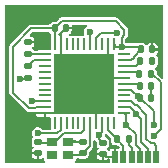
<source format=gbr>
%TF.GenerationSoftware,KiCad,Pcbnew,7.0.6*%
%TF.CreationDate,2024-02-16T19:59:29+01:00*%
%TF.ProjectId,minitari,6d696e69-7461-4726-992e-6b696361645f,rev?*%
%TF.SameCoordinates,Original*%
%TF.FileFunction,Copper,L2,Bot*%
%TF.FilePolarity,Positive*%
%FSLAX46Y46*%
G04 Gerber Fmt 4.6, Leading zero omitted, Abs format (unit mm)*
G04 Created by KiCad (PCBNEW 7.0.6) date 2024-02-16 19:59:29*
%MOMM*%
%LPD*%
G01*
G04 APERTURE LIST*
G04 Aperture macros list*
%AMRoundRect*
0 Rectangle with rounded corners*
0 $1 Rounding radius*
0 $2 $3 $4 $5 $6 $7 $8 $9 X,Y pos of 4 corners*
0 Add a 4 corners polygon primitive as box body*
4,1,4,$2,$3,$4,$5,$6,$7,$8,$9,$2,$3,0*
0 Add four circle primitives for the rounded corners*
1,1,$1+$1,$2,$3*
1,1,$1+$1,$4,$5*
1,1,$1+$1,$6,$7*
1,1,$1+$1,$8,$9*
0 Add four rect primitives between the rounded corners*
20,1,$1+$1,$2,$3,$4,$5,0*
20,1,$1+$1,$4,$5,$6,$7,0*
20,1,$1+$1,$6,$7,$8,$9,0*
20,1,$1+$1,$8,$9,$2,$3,0*%
G04 Aperture macros list end*
%TA.AperFunction,SMDPad,CuDef*%
%ADD10RoundRect,0.135000X0.185000X-0.135000X0.185000X0.135000X-0.185000X0.135000X-0.185000X-0.135000X0*%
%TD*%
%TA.AperFunction,SMDPad,CuDef*%
%ADD11RoundRect,0.140000X-0.140000X-0.170000X0.140000X-0.170000X0.140000X0.170000X-0.140000X0.170000X0*%
%TD*%
%TA.AperFunction,SMDPad,CuDef*%
%ADD12RoundRect,0.135000X-0.135000X-0.185000X0.135000X-0.185000X0.135000X0.185000X-0.135000X0.185000X0*%
%TD*%
%TA.AperFunction,SMDPad,CuDef*%
%ADD13RoundRect,0.140000X0.140000X0.170000X-0.140000X0.170000X-0.140000X-0.170000X0.140000X-0.170000X0*%
%TD*%
%TA.AperFunction,SMDPad,CuDef*%
%ADD14RoundRect,0.135000X-0.185000X0.135000X-0.185000X-0.135000X0.185000X-0.135000X0.185000X0.135000X0*%
%TD*%
%TA.AperFunction,SMDPad,CuDef*%
%ADD15RoundRect,0.135000X0.135000X0.185000X-0.135000X0.185000X-0.135000X-0.185000X0.135000X-0.185000X0*%
%TD*%
%TA.AperFunction,SMDPad,CuDef*%
%ADD16RoundRect,0.062500X0.475000X0.062500X-0.475000X0.062500X-0.475000X-0.062500X0.475000X-0.062500X0*%
%TD*%
%TA.AperFunction,SMDPad,CuDef*%
%ADD17RoundRect,0.062500X0.062500X0.475000X-0.062500X0.475000X-0.062500X-0.475000X0.062500X-0.475000X0*%
%TD*%
%TA.AperFunction,SMDPad,CuDef*%
%ADD18R,5.200000X5.200000*%
%TD*%
%TA.AperFunction,SMDPad,CuDef*%
%ADD19RoundRect,0.140000X-0.170000X0.140000X-0.170000X-0.140000X0.170000X-0.140000X0.170000X0.140000X0*%
%TD*%
%TA.AperFunction,SMDPad,CuDef*%
%ADD20RoundRect,0.140000X0.170000X-0.140000X0.170000X0.140000X-0.170000X0.140000X-0.170000X-0.140000X0*%
%TD*%
%TA.AperFunction,SMDPad,CuDef*%
%ADD21R,0.500000X1.000000*%
%TD*%
%TA.AperFunction,SMDPad,CuDef*%
%ADD22R,0.900000X0.800000*%
%TD*%
%TA.AperFunction,ViaPad*%
%ADD23C,0.600000*%
%TD*%
%TA.AperFunction,Conductor*%
%ADD24C,0.200000*%
%TD*%
G04 APERTURE END LIST*
D10*
%TO.P,R4,1*%
%TO.N,Net-(U1-~{HWB}{slash}PE2)*%
X114600000Y-68910000D03*
%TO.P,R4,2*%
%TO.N,GND*%
X114600000Y-67890000D03*
%TD*%
D11*
%TO.P,C4,1*%
%TO.N,VCC*%
X116820000Y-66700000D03*
%TO.P,C4,2*%
%TO.N,GND*%
X117780000Y-66700000D03*
%TD*%
D12*
%TO.P,R2,1*%
%TO.N,Net-(U1-D-)*%
X124090000Y-69500000D03*
%TO.P,R2,2*%
%TO.N,Net-(J3-Pin_2)*%
X125110000Y-69500000D03*
%TD*%
D13*
%TO.P,C3,1*%
%TO.N,GND*%
X124980000Y-71600000D03*
%TO.P,C3,2*%
%TO.N,Net-(U1-UCAP)*%
X124020000Y-71600000D03*
%TD*%
%TO.P,C7,1*%
%TO.N,GND*%
X124980000Y-72600000D03*
%TO.P,C7,2*%
%TO.N,VCC*%
X124020000Y-72600000D03*
%TD*%
D11*
%TO.P,C6,1*%
%TO.N,VCC*%
X124120000Y-68500000D03*
%TO.P,C6,2*%
%TO.N,GND*%
X125080000Y-68500000D03*
%TD*%
D14*
%TO.P,R5,1*%
%TO.N,/D13*%
X114600000Y-69890000D03*
%TO.P,R5,2*%
%TO.N,Net-(D1-A)*%
X114600000Y-70910000D03*
%TD*%
D15*
%TO.P,R1,1*%
%TO.N,Net-(J3-Pin_3)*%
X125010000Y-70600000D03*
%TO.P,R1,2*%
%TO.N,Net-(U1-D+)*%
X123990000Y-70600000D03*
%TD*%
D16*
%TO.P,U1,1,PE6*%
%TO.N,D7*%
X122680476Y-68900000D03*
%TO.P,U1,2,UVCC*%
%TO.N,VCC*%
X122680476Y-69400000D03*
%TO.P,U1,3,D-*%
%TO.N,Net-(U1-D-)*%
X122680476Y-69900000D03*
%TO.P,U1,4,D+*%
%TO.N,Net-(U1-D+)*%
X122680476Y-70400000D03*
%TO.P,U1,5,UGND*%
%TO.N,GND*%
X122680476Y-70900000D03*
%TO.P,U1,6,UCAP*%
%TO.N,Net-(U1-UCAP)*%
X122680476Y-71400000D03*
%TO.P,U1,7,VBUS*%
%TO.N,VCC*%
X122680476Y-71900000D03*
%TO.P,U1,8,PB0*%
%TO.N,unconnected-(U1-PB0-Pad8)*%
X122680476Y-72400000D03*
%TO.P,U1,9,PB1*%
%TO.N,D15{slash}SCK*%
X122680476Y-72900000D03*
%TO.P,U1,10,PB2*%
%TO.N,D16{slash}MOSI*%
X122680476Y-73400000D03*
%TO.P,U1,11,PB3*%
%TO.N,D14{slash}MISO*%
X122680476Y-73900000D03*
D17*
%TO.P,U1,12,PB7*%
%TO.N,D11*%
X121842976Y-74737500D03*
%TO.P,U1,13,~{RESET}*%
%TO.N,RST*%
X121342976Y-74737500D03*
%TO.P,U1,14,VCC*%
%TO.N,VCC*%
X120842976Y-74737500D03*
%TO.P,U1,15,GND*%
%TO.N,GND*%
X120342976Y-74737500D03*
%TO.P,U1,16,XTAL2*%
%TO.N,Net-(U1-XTAL2)*%
X119842976Y-74737500D03*
%TO.P,U1,17,XTAL1*%
%TO.N,Net-(U1-XTAL1)*%
X119342976Y-74737500D03*
%TO.P,U1,18,PD0*%
%TO.N,D3{slash}SCL*%
X118842976Y-74737500D03*
%TO.P,U1,19,PD1*%
%TO.N,D2{slash}SDA*%
X118342976Y-74737500D03*
%TO.P,U1,20,PD2*%
%TO.N,D0{slash}RX*%
X117842976Y-74737500D03*
%TO.P,U1,21,PD3*%
%TO.N,D1{slash}TX*%
X117342976Y-74737500D03*
%TO.P,U1,22,PD5*%
%TO.N,unconnected-(U1-PD5-Pad22)*%
X116842976Y-74737500D03*
D16*
%TO.P,U1,23,GND*%
%TO.N,GND*%
X116005476Y-73900000D03*
%TO.P,U1,24,AVCC*%
%TO.N,VCC*%
X116005476Y-73400000D03*
%TO.P,U1,25,PD4*%
%TO.N,D4*%
X116005476Y-72900000D03*
%TO.P,U1,26,PD6*%
%TO.N,D12*%
X116005476Y-72400000D03*
%TO.P,U1,27,PD7*%
%TO.N,D6*%
X116005476Y-71900000D03*
%TO.P,U1,28,PB4*%
%TO.N,D8*%
X116005476Y-71400000D03*
%TO.P,U1,29,PB5*%
%TO.N,D9*%
X116005476Y-70900000D03*
%TO.P,U1,30,PB6*%
%TO.N,D10*%
X116005476Y-70400000D03*
%TO.P,U1,31,PC6*%
%TO.N,D5*%
X116005476Y-69900000D03*
%TO.P,U1,32,PC7*%
%TO.N,/D13*%
X116005476Y-69400000D03*
%TO.P,U1,33,~{HWB}/PE2*%
%TO.N,Net-(U1-~{HWB}{slash}PE2)*%
X116005476Y-68900000D03*
D17*
%TO.P,U1,34,VCC*%
%TO.N,VCC*%
X116842976Y-68062500D03*
%TO.P,U1,35,GND*%
%TO.N,GND*%
X117342976Y-68062500D03*
%TO.P,U1,36,PF7*%
%TO.N,D18*%
X117842976Y-68062500D03*
%TO.P,U1,37,PF6*%
%TO.N,D19*%
X118342976Y-68062500D03*
%TO.P,U1,38,PF5*%
%TO.N,D20*%
X118842976Y-68062500D03*
%TO.P,U1,39,PF4*%
%TO.N,D21*%
X119342976Y-68062500D03*
%TO.P,U1,40,PF1*%
%TO.N,D22*%
X119842976Y-68062500D03*
%TO.P,U1,41,PF0*%
%TO.N,D23*%
X120342976Y-68062500D03*
%TO.P,U1,42,AREF*%
%TO.N,unconnected-(U1-AREF-Pad42)*%
X120842976Y-68062500D03*
%TO.P,U1,43,GND*%
%TO.N,GND*%
X121342976Y-68062500D03*
%TO.P,U1,44,AVCC*%
%TO.N,VCC*%
X121842976Y-68062500D03*
D18*
%TO.P,U1,45,GND*%
%TO.N,GND*%
X119342976Y-71400000D03*
%TD*%
D19*
%TO.P,C2,1*%
%TO.N,GND*%
X119200000Y-76320000D03*
%TO.P,C2,2*%
%TO.N,Net-(U1-XTAL2)*%
X119200000Y-77280000D03*
%TD*%
D20*
%TO.P,C1,1*%
%TO.N,GND*%
X115400000Y-77280000D03*
%TO.P,C1,2*%
%TO.N,Net-(U1-XTAL1)*%
X115400000Y-76320000D03*
%TD*%
%TO.P,C8,1*%
%TO.N,GND*%
X120900000Y-77380000D03*
%TO.P,C8,2*%
%TO.N,VCC*%
X120900000Y-76420000D03*
%TD*%
D21*
%TO.P,J2,1,Pin_1*%
%TO.N,D15{slash}SCK*%
X125450000Y-77600000D03*
%TO.P,J2,2,Pin_2*%
%TO.N,D14{slash}MISO*%
X124050000Y-77600000D03*
%TO.P,J2,3,Pin_3*%
%TO.N,D16{slash}MOSI*%
X124750000Y-77600000D03*
%TO.P,J2,4,Pin_4*%
%TO.N,RST*%
X122650000Y-77600000D03*
%TO.P,J2,5,Pin_5*%
%TO.N,VCC*%
X123350000Y-77600000D03*
%TO.P,J2,6,Pin_6*%
%TO.N,GND*%
X121950000Y-77600000D03*
%TD*%
D22*
%TO.P,Y1,1,1*%
%TO.N,Net-(U1-XTAL2)*%
X118000000Y-77400000D03*
%TO.P,Y1,2,2*%
%TO.N,GND*%
X116600000Y-77400000D03*
%TO.P,Y1,3,3*%
%TO.N,Net-(U1-XTAL1)*%
X116600000Y-76300000D03*
%TO.P,Y1,4,4*%
%TO.N,GND*%
X118000000Y-76300000D03*
%TD*%
D15*
%TO.P,R3,1*%
%TO.N,VCC*%
X123110000Y-76100000D03*
%TO.P,R3,2*%
%TO.N,RST*%
X122090000Y-76100000D03*
%TD*%
D23*
%TO.N,GND*%
X118000000Y-76300000D03*
X120100000Y-77600000D03*
X125000000Y-71600000D03*
X119400000Y-71400000D03*
%TO.N,VCC*%
X125200000Y-74900000D03*
X122500000Y-68275500D03*
X123100000Y-76100000D03*
X120558070Y-75758069D03*
X123870105Y-72446643D03*
%TO.N,Net-(D1-A)*%
X113900000Y-71000000D03*
%TO.N,D14{slash}MISO*%
X122864823Y-74864823D03*
%TO.N,D16{slash}MOSI*%
X123716149Y-74001112D03*
%TO.N,Net-(J3-Pin_2)*%
X125110000Y-69500000D03*
%TO.N,Net-(J3-Pin_3)*%
X125200500Y-75863536D03*
%TO.N,D1{slash}TX*%
X115400000Y-75600000D03*
%TO.N,D4*%
X114900000Y-72900000D03*
%TO.N,D22*%
X119800000Y-67000000D03*
%TO.N,D23*%
X122123992Y-67069720D03*
%TD*%
D24*
%TO.N,GND*%
X120342976Y-72400000D02*
X119342976Y-71400000D01*
X117342976Y-68062500D02*
X117342976Y-67137024D01*
X120342976Y-74737500D02*
X120342976Y-72400000D01*
X122680476Y-70900000D02*
X119842976Y-70900000D01*
X121342976Y-68062500D02*
X121342976Y-69400000D01*
X116842976Y-73900000D02*
X119342976Y-71400000D01*
X116005476Y-73900000D02*
X116842976Y-73900000D01*
X120900000Y-77380000D02*
X120920000Y-77380000D01*
X120920000Y-77380000D02*
X121140000Y-77600000D01*
X121140000Y-77600000D02*
X121950000Y-77600000D01*
X117342976Y-69400000D02*
X119342976Y-71400000D01*
X117342976Y-67137024D02*
X117780000Y-66700000D01*
X119842976Y-70900000D02*
X119342976Y-71400000D01*
X119200000Y-76320000D02*
X119180000Y-76300000D01*
X117342976Y-68062500D02*
X117342976Y-69400000D01*
X121342976Y-69400000D02*
X119342976Y-71400000D01*
X119180000Y-76300000D02*
X118000000Y-76300000D01*
%TO.N,Net-(U1-XTAL1)*%
X116900000Y-76300000D02*
X117600000Y-75600000D01*
X115700000Y-76420000D02*
X116780000Y-76420000D01*
X117600000Y-75600000D02*
X119100000Y-75600000D01*
X119100000Y-75600000D02*
X119342976Y-75357024D01*
X116780000Y-76420000D02*
X116900000Y-76300000D01*
X119342976Y-75357024D02*
X119342976Y-74737500D01*
%TO.N,Net-(U1-XTAL2)*%
X119080000Y-77400000D02*
X119200000Y-77280000D01*
X119200000Y-77280000D02*
X119810000Y-76670000D01*
X118300000Y-77400000D02*
X119080000Y-77400000D01*
X119810000Y-76670000D02*
X119810000Y-74770476D01*
X119810000Y-74770476D02*
X119842976Y-74737500D01*
%TO.N,Net-(U1-UCAP)*%
X124120000Y-71600000D02*
X123920000Y-71400000D01*
X123920000Y-71400000D02*
X122680476Y-71400000D01*
%TO.N,VCC*%
X123100000Y-76100000D02*
X123110000Y-76575686D01*
X122723992Y-67318249D02*
X122500000Y-67542241D01*
X114854817Y-66700000D02*
X116820000Y-66700000D01*
X116005476Y-73400000D02*
X115248529Y-73400000D01*
X120842976Y-75473163D02*
X120842976Y-74737500D01*
X124120000Y-68500000D02*
X123520000Y-69100000D01*
X123324314Y-69400000D02*
X122680476Y-69400000D01*
X116820000Y-66700000D02*
X116820000Y-68039524D01*
X123520000Y-69204314D02*
X123324314Y-69400000D01*
X113300000Y-72148529D02*
X113300000Y-68254817D01*
X124020000Y-72600000D02*
X124020000Y-72596538D01*
X124120000Y-68500000D02*
X123895500Y-68275500D01*
X114651471Y-73500000D02*
X113300000Y-72148529D01*
X123110000Y-76100000D02*
X123100000Y-76100000D01*
X115148529Y-73500000D02*
X114651471Y-73500000D01*
X125200000Y-73752254D02*
X125200000Y-74900000D01*
X123895500Y-68275500D02*
X122500000Y-68275500D01*
X123110000Y-76575686D02*
X123350000Y-76815686D01*
X123350000Y-76815686D02*
X123350000Y-77600000D01*
X122723992Y-66821191D02*
X122723992Y-67318249D01*
X116820000Y-66700000D02*
X117430000Y-66090000D01*
X122500000Y-67542241D02*
X122500000Y-68275500D01*
X124020000Y-72600000D02*
X124047746Y-72600000D01*
X120558070Y-76078070D02*
X120900000Y-76420000D01*
X123320000Y-71900000D02*
X122680476Y-71900000D01*
X122500000Y-68275500D02*
X122055976Y-68275500D01*
X122055976Y-68275500D02*
X121842976Y-68062500D01*
X113300000Y-68254817D02*
X114854817Y-66700000D01*
X115248529Y-73400000D02*
X115148529Y-73500000D01*
X116820000Y-68039524D02*
X116842976Y-68062500D01*
X121992801Y-66090000D02*
X122723992Y-66821191D01*
X124020000Y-72600000D02*
X123320000Y-71900000D01*
X124047746Y-72600000D02*
X125200000Y-73752254D01*
X120558070Y-75758069D02*
X120842976Y-75473163D01*
X124020000Y-72596538D02*
X123870105Y-72446643D01*
X117430000Y-66090000D02*
X121992801Y-66090000D01*
X123520000Y-69100000D02*
X123520000Y-69204314D01*
X120558070Y-75758069D02*
X120558070Y-76078070D01*
%TO.N,Net-(D1-A)*%
X114510000Y-71000000D02*
X114600000Y-70910000D01*
X113900000Y-71000000D02*
X114510000Y-71000000D01*
%TO.N,D15{slash}SCK*%
X125450000Y-77400000D02*
X125450000Y-76700000D01*
X125213536Y-76463536D02*
X124951971Y-76463536D01*
X123765409Y-73201843D02*
X123598157Y-73201843D01*
X125450000Y-76700000D02*
X125213536Y-76463536D01*
X123598157Y-73201843D02*
X123296314Y-72900000D01*
X124600000Y-74036434D02*
X123765409Y-73201843D01*
X123296314Y-72900000D02*
X122680476Y-72900000D01*
X124951971Y-76463536D02*
X124600000Y-76111565D01*
X124600000Y-76111565D02*
X124600000Y-74036434D01*
%TO.N,D14{slash}MISO*%
X124050000Y-76950000D02*
X123700000Y-76600000D01*
X124050000Y-77600000D02*
X124050000Y-76950000D01*
X123700000Y-76600000D02*
X123700000Y-75700000D01*
X122864823Y-74084347D02*
X122680476Y-73900000D01*
X122864823Y-74864823D02*
X122864823Y-74084347D01*
X123700000Y-75700000D02*
X122864823Y-74864823D01*
%TO.N,D16{slash}MOSI*%
X123716149Y-74001112D02*
X123517976Y-73802939D01*
X124750000Y-76950000D02*
X124750000Y-77600000D01*
X123716149Y-74001112D02*
X124100000Y-74384963D01*
X123230628Y-73400000D02*
X122680476Y-73400000D01*
X123517976Y-73687348D02*
X123230628Y-73400000D01*
X124100000Y-76300000D02*
X124750000Y-76950000D01*
X124100000Y-74384963D02*
X124100000Y-76300000D01*
X123517976Y-73802939D02*
X123517976Y-73687348D01*
%TO.N,RST*%
X121342976Y-75352976D02*
X121342976Y-74737500D01*
X122650000Y-77600000D02*
X122650000Y-76660000D01*
X122090000Y-76100000D02*
X121342976Y-75352976D01*
X122650000Y-76660000D02*
X122090000Y-76100000D01*
%TO.N,Net-(J3-Pin_3)*%
X125200500Y-75863536D02*
X125800000Y-75264036D01*
X125800000Y-71290000D02*
X125110000Y-70600000D01*
X125800000Y-75264036D02*
X125800000Y-71290000D01*
%TO.N,Net-(U1-D+)*%
X122680476Y-70400000D02*
X123890000Y-70400000D01*
X123890000Y-70400000D02*
X124090000Y-70600000D01*
%TO.N,Net-(U1-D-)*%
X123690000Y-69900000D02*
X124090000Y-69500000D01*
X122680476Y-69900000D02*
X123690000Y-69900000D01*
%TO.N,Net-(U1-~{HWB}{slash}PE2)*%
X115995476Y-68910000D02*
X116005476Y-68900000D01*
X114600000Y-68910000D02*
X115995476Y-68910000D01*
%TO.N,/D13*%
X114600000Y-69890000D02*
X115090000Y-69400000D01*
X115090000Y-69400000D02*
X116005476Y-69400000D01*
%TO.N,D1{slash}TX*%
X117342976Y-75287652D02*
X117342976Y-74737500D01*
X115400000Y-75600000D02*
X117030628Y-75600000D01*
X117030628Y-75600000D02*
X117342976Y-75287652D01*
%TO.N,D4*%
X114900000Y-72900000D02*
X116005476Y-72900000D01*
%TO.N,D22*%
X119800000Y-67000000D02*
X119842976Y-67042976D01*
X119842976Y-67042976D02*
X119842976Y-68062500D01*
%TO.N,D23*%
X120342976Y-68062500D02*
X120342976Y-67512348D01*
X120785604Y-67069720D02*
X122123992Y-67069720D01*
X120342976Y-67512348D02*
X120785604Y-67069720D01*
%TD*%
%TA.AperFunction,Conductor*%
%TO.N,GND*%
G36*
X126001667Y-64719407D02*
G01*
X126037631Y-64768907D01*
X126042476Y-64799500D01*
X126042476Y-70868497D01*
X126023569Y-70926688D01*
X125974069Y-70962652D01*
X125912883Y-70962652D01*
X125873472Y-70938501D01*
X125509495Y-70574524D01*
X125481718Y-70520007D01*
X125480499Y-70504519D01*
X125480499Y-70467518D01*
X125480500Y-70375684D01*
X125474068Y-70326827D01*
X125466967Y-70311600D01*
X125424066Y-70219598D01*
X125424065Y-70219597D01*
X125424065Y-70219596D01*
X125354965Y-70150496D01*
X125327190Y-70095982D01*
X125336761Y-70035550D01*
X125380026Y-69992285D01*
X125383081Y-69990795D01*
X125440404Y-69964065D01*
X125524065Y-69880404D01*
X125574068Y-69773173D01*
X125580500Y-69724316D01*
X125580500Y-69696104D01*
X125589448Y-69654975D01*
X125591720Y-69650000D01*
X125595165Y-69642457D01*
X125607078Y-69559598D01*
X125615647Y-69500002D01*
X125615647Y-69499997D01*
X125595166Y-69357547D01*
X125595165Y-69357545D01*
X125595165Y-69357543D01*
X125589444Y-69345017D01*
X125580500Y-69303894D01*
X125580500Y-69275685D01*
X125575855Y-69240404D01*
X125574068Y-69226827D01*
X125551142Y-69177663D01*
X125524066Y-69119598D01*
X125524065Y-69119597D01*
X125524065Y-69119596D01*
X125457651Y-69053182D01*
X125429876Y-68998668D01*
X125439447Y-68938236D01*
X125457654Y-68913177D01*
X125502808Y-68868023D01*
X125502809Y-68868021D01*
X125553478Y-68759361D01*
X125553480Y-68759354D01*
X125560000Y-68709838D01*
X125560000Y-68600001D01*
X125559999Y-68600000D01*
X125079000Y-68600000D01*
X125020809Y-68581093D01*
X124984845Y-68531593D01*
X124980000Y-68501000D01*
X124980000Y-67990000D01*
X125180000Y-67990000D01*
X125180000Y-68399999D01*
X125180001Y-68400000D01*
X125559999Y-68400000D01*
X125560000Y-68399999D01*
X125560000Y-68290161D01*
X125553480Y-68240645D01*
X125553478Y-68240638D01*
X125502809Y-68131978D01*
X125418021Y-68047190D01*
X125309361Y-67996521D01*
X125309354Y-67996519D01*
X125259839Y-67990000D01*
X125180000Y-67990000D01*
X124980000Y-67990000D01*
X124900161Y-67990000D01*
X124850645Y-67996519D01*
X124850638Y-67996521D01*
X124741978Y-68047190D01*
X124670358Y-68118811D01*
X124615841Y-68146588D01*
X124555409Y-68137017D01*
X124530353Y-68118813D01*
X124458316Y-68046776D01*
X124458314Y-68046775D01*
X124458313Y-68046774D01*
X124352191Y-67997289D01*
X124349488Y-67996028D01*
X124324694Y-67992764D01*
X124299901Y-67989500D01*
X124299900Y-67989500D01*
X124007609Y-67989500D01*
X123971846Y-67982815D01*
X123951674Y-67975000D01*
X123951673Y-67975000D01*
X123941848Y-67975000D01*
X123919183Y-67972370D01*
X123909619Y-67970121D01*
X123909618Y-67970121D01*
X123878047Y-67974525D01*
X123871201Y-67975000D01*
X122947084Y-67975000D01*
X122888893Y-67956093D01*
X122872265Y-67940831D01*
X122826492Y-67888006D01*
X122828524Y-67886244D01*
X122803067Y-67844005D01*
X122800500Y-67821605D01*
X122800500Y-67707718D01*
X122819407Y-67649527D01*
X122829491Y-67637719D01*
X122890393Y-67576817D01*
X122901653Y-67568745D01*
X122900894Y-67567739D01*
X122908216Y-67562209D01*
X122908216Y-67562208D01*
X122908220Y-67562207D01*
X122940635Y-67526647D01*
X122942147Y-67525064D01*
X122956167Y-67511046D01*
X122958180Y-67508106D01*
X122962429Y-67502741D01*
X122983908Y-67479182D01*
X122987457Y-67470018D01*
X122998103Y-67449824D01*
X123003649Y-67441729D01*
X123010946Y-67410696D01*
X123012971Y-67404157D01*
X123024492Y-67374422D01*
X123024492Y-67364596D01*
X123027122Y-67341927D01*
X123029371Y-67332367D01*
X123024967Y-67300792D01*
X123024492Y-67293946D01*
X123024492Y-66886359D01*
X123026723Y-66872686D01*
X123025497Y-66872515D01*
X123026765Y-66863423D01*
X123025739Y-66841238D01*
X123024544Y-66815398D01*
X123024492Y-66813119D01*
X123024492Y-66793351D01*
X123024492Y-66793347D01*
X123023838Y-66789855D01*
X123023048Y-66783050D01*
X123021577Y-66751199D01*
X123017607Y-66742208D01*
X123010856Y-66720406D01*
X123009053Y-66710759D01*
X123009053Y-66710758D01*
X122992268Y-66683649D01*
X122989076Y-66677592D01*
X122976198Y-66648426D01*
X122976197Y-66648424D01*
X122969248Y-66641475D01*
X122955082Y-66623590D01*
X122949911Y-66615239D01*
X122924475Y-66596030D01*
X122919298Y-66591525D01*
X122251366Y-65923594D01*
X122243280Y-65912344D01*
X122242288Y-65913094D01*
X122236759Y-65905772D01*
X122201229Y-65873382D01*
X122199576Y-65871804D01*
X122185598Y-65857826D01*
X122182660Y-65855813D01*
X122177297Y-65851564D01*
X122153734Y-65830084D01*
X122144563Y-65826531D01*
X122124387Y-65815895D01*
X122116285Y-65810345D01*
X122116280Y-65810343D01*
X122085258Y-65803046D01*
X122078703Y-65801016D01*
X122048978Y-65789501D01*
X122048975Y-65789500D01*
X122048974Y-65789500D01*
X122048973Y-65789500D01*
X122039149Y-65789500D01*
X122016484Y-65786870D01*
X122006920Y-65784621D01*
X122006919Y-65784621D01*
X121975348Y-65789025D01*
X121968502Y-65789500D01*
X117495164Y-65789500D01*
X117481488Y-65787267D01*
X117481317Y-65788494D01*
X117472233Y-65787226D01*
X117431886Y-65789092D01*
X117424206Y-65789447D01*
X117421930Y-65789500D01*
X117402153Y-65789500D01*
X117398658Y-65790153D01*
X117391845Y-65790943D01*
X117360010Y-65792414D01*
X117360006Y-65792415D01*
X117351015Y-65796385D01*
X117329227Y-65803132D01*
X117319570Y-65804937D01*
X117319564Y-65804939D01*
X117292466Y-65821717D01*
X117286399Y-65824915D01*
X117257237Y-65837792D01*
X117257233Y-65837795D01*
X117250284Y-65844744D01*
X117232409Y-65858903D01*
X117224048Y-65864080D01*
X117204839Y-65889515D01*
X117200335Y-65894692D01*
X116934523Y-66160504D01*
X116880006Y-66188281D01*
X116864519Y-66189500D01*
X116640104Y-66189500D01*
X116640092Y-66189501D01*
X116590513Y-66196027D01*
X116590511Y-66196027D01*
X116481686Y-66246774D01*
X116396776Y-66331684D01*
X116391808Y-66342339D01*
X116350079Y-66387087D01*
X116302083Y-66399500D01*
X114919981Y-66399500D01*
X114906305Y-66397267D01*
X114906134Y-66398494D01*
X114897050Y-66397226D01*
X114856703Y-66399092D01*
X114849023Y-66399447D01*
X114846747Y-66399500D01*
X114826970Y-66399500D01*
X114823475Y-66400153D01*
X114816662Y-66400943D01*
X114784827Y-66402414D01*
X114784823Y-66402415D01*
X114775832Y-66406385D01*
X114754044Y-66413132D01*
X114744387Y-66414937D01*
X114744381Y-66414939D01*
X114717283Y-66431717D01*
X114711216Y-66434915D01*
X114682054Y-66447792D01*
X114682050Y-66447795D01*
X114675101Y-66454744D01*
X114657226Y-66468903D01*
X114648865Y-66474080D01*
X114629656Y-66499515D01*
X114625152Y-66504692D01*
X113133590Y-67996254D01*
X113122361Y-68004367D01*
X113123090Y-68005332D01*
X113115771Y-68010858D01*
X113083372Y-68046397D01*
X113081796Y-68048048D01*
X113067830Y-68062015D01*
X113067817Y-68062030D01*
X113065813Y-68064955D01*
X113061561Y-68070321D01*
X113040084Y-68093882D01*
X113040083Y-68093884D01*
X113036529Y-68103057D01*
X113025896Y-68123229D01*
X113020346Y-68131332D01*
X113020342Y-68131341D01*
X113013045Y-68162362D01*
X113011016Y-68168915D01*
X112999500Y-68198641D01*
X112999500Y-68208468D01*
X112996870Y-68231135D01*
X112994621Y-68240696D01*
X112999025Y-68272269D01*
X112999500Y-68279115D01*
X112999500Y-72083364D01*
X112997280Y-72097042D01*
X112998494Y-72097212D01*
X112997226Y-72106295D01*
X112999077Y-72146323D01*
X112999247Y-72150000D01*
X112999447Y-72154312D01*
X112999500Y-72156598D01*
X112999500Y-72176371D01*
X113000152Y-72179861D01*
X113000943Y-72186678D01*
X113002414Y-72218516D01*
X113002415Y-72218523D01*
X113006384Y-72227511D01*
X113013133Y-72249302D01*
X113014939Y-72258962D01*
X113031717Y-72286062D01*
X113034915Y-72292129D01*
X113043513Y-72311599D01*
X113047794Y-72321294D01*
X113054745Y-72328245D01*
X113068907Y-72346125D01*
X113074081Y-72354481D01*
X113099511Y-72373685D01*
X113104690Y-72378191D01*
X114392908Y-73666409D01*
X114401008Y-73677648D01*
X114401987Y-73676909D01*
X114407515Y-73684230D01*
X114443030Y-73716606D01*
X114444682Y-73718184D01*
X114451998Y-73725499D01*
X114458674Y-73732175D01*
X114460925Y-73733717D01*
X114461601Y-73734180D01*
X114466983Y-73738443D01*
X114482081Y-73752206D01*
X114490538Y-73759916D01*
X114499699Y-73763464D01*
X114519887Y-73774105D01*
X114527991Y-73779657D01*
X114559029Y-73786957D01*
X114565567Y-73788982D01*
X114595298Y-73800500D01*
X114605123Y-73800500D01*
X114627787Y-73803129D01*
X114637352Y-73805379D01*
X114665116Y-73801506D01*
X114668924Y-73800975D01*
X114675770Y-73800500D01*
X115083365Y-73800500D01*
X115097040Y-73802732D01*
X115097212Y-73801506D01*
X115106293Y-73802772D01*
X115106294Y-73802773D01*
X115106294Y-73802772D01*
X115106295Y-73802773D01*
X115115036Y-73802368D01*
X115154322Y-73800552D01*
X115156599Y-73800500D01*
X115176370Y-73800500D01*
X115176373Y-73800500D01*
X115179866Y-73799846D01*
X115186668Y-73799056D01*
X115216896Y-73797660D01*
X115225418Y-73800000D01*
X116006476Y-73800000D01*
X116064667Y-73818907D01*
X116100631Y-73868407D01*
X116105476Y-73899000D01*
X116105476Y-74224999D01*
X116105477Y-74225000D01*
X116418476Y-74225000D01*
X116476667Y-74243907D01*
X116512631Y-74293407D01*
X116517476Y-74324000D01*
X116517477Y-75200500D01*
X116498570Y-75258691D01*
X116449070Y-75294655D01*
X116418477Y-75299500D01*
X115847083Y-75299500D01*
X115788892Y-75280593D01*
X115772264Y-75265331D01*
X115731128Y-75217857D01*
X115693558Y-75193712D01*
X115610057Y-75140049D01*
X115610054Y-75140047D01*
X115610053Y-75140047D01*
X115610050Y-75140046D01*
X115471964Y-75099500D01*
X115471961Y-75099500D01*
X115328039Y-75099500D01*
X115328035Y-75099500D01*
X115189949Y-75140046D01*
X115189942Y-75140049D01*
X115068873Y-75217855D01*
X114974622Y-75326628D01*
X114914834Y-75457543D01*
X114894353Y-75599997D01*
X114894353Y-75600002D01*
X114914834Y-75742456D01*
X114971294Y-75866084D01*
X114978269Y-75926871D01*
X114951248Y-75977211D01*
X114946777Y-75981682D01*
X114946774Y-75981686D01*
X114896029Y-76090510D01*
X114896028Y-76090511D01*
X114889500Y-76140100D01*
X114889500Y-76499895D01*
X114889501Y-76499907D01*
X114896027Y-76549486D01*
X114896027Y-76549488D01*
X114946774Y-76658313D01*
X114946775Y-76658314D01*
X114946776Y-76658316D01*
X115018812Y-76730352D01*
X115046588Y-76784867D01*
X115037017Y-76845299D01*
X115018811Y-76870358D01*
X114947190Y-76941978D01*
X114896521Y-77050638D01*
X114896519Y-77050645D01*
X114890000Y-77100161D01*
X114890000Y-77179999D01*
X114890001Y-77180000D01*
X115401000Y-77180000D01*
X115459191Y-77198907D01*
X115495155Y-77248407D01*
X115500000Y-77279000D01*
X115500000Y-77759999D01*
X115500001Y-77760000D01*
X115609838Y-77760000D01*
X115659354Y-77753480D01*
X115659361Y-77753478D01*
X115768021Y-77702809D01*
X115768022Y-77702808D01*
X115780995Y-77689836D01*
X115835510Y-77662057D01*
X115895943Y-77671627D01*
X115939208Y-77714891D01*
X115950000Y-77759838D01*
X115950000Y-77819700D01*
X115961603Y-77878036D01*
X116006681Y-77945498D01*
X116023290Y-78004386D01*
X116002113Y-78061790D01*
X115951239Y-78095783D01*
X115924366Y-78099500D01*
X112742476Y-78099500D01*
X112684285Y-78080593D01*
X112648321Y-78031093D01*
X112643476Y-78000500D01*
X112643476Y-77459838D01*
X114890000Y-77459838D01*
X114896519Y-77509354D01*
X114896521Y-77509361D01*
X114947190Y-77618021D01*
X115031978Y-77702809D01*
X115140638Y-77753478D01*
X115140645Y-77753480D01*
X115190161Y-77760000D01*
X115299999Y-77760000D01*
X115300000Y-77759999D01*
X115300000Y-77380001D01*
X115299999Y-77380000D01*
X114890001Y-77380000D01*
X114890000Y-77380001D01*
X114890000Y-77459838D01*
X112643476Y-77459838D01*
X112643476Y-74000000D01*
X115270292Y-74000000D01*
X115283207Y-74064923D01*
X115341222Y-74151749D01*
X115341226Y-74151753D01*
X115428052Y-74209768D01*
X115504619Y-74224999D01*
X115504621Y-74225000D01*
X115905475Y-74225000D01*
X115905476Y-74224999D01*
X115905476Y-74000001D01*
X115905475Y-74000000D01*
X115270292Y-74000000D01*
X112643476Y-74000000D01*
X112643476Y-64799500D01*
X112662383Y-64741309D01*
X112711883Y-64705345D01*
X112742476Y-64700500D01*
X125943476Y-64700500D01*
X126001667Y-64719407D01*
G37*
%TD.AperFunction*%
%TA.AperFunction,Conductor*%
G36*
X120289593Y-76219498D02*
G01*
X120300063Y-76237698D01*
X120301437Y-76240809D01*
X120305864Y-76250835D01*
X120312815Y-76257786D01*
X120326977Y-76275666D01*
X120332151Y-76284022D01*
X120350159Y-76297621D01*
X120385203Y-76347774D01*
X120389500Y-76376625D01*
X120389500Y-76599895D01*
X120389501Y-76599907D01*
X120396027Y-76649486D01*
X120396027Y-76649488D01*
X120446774Y-76758313D01*
X120446775Y-76758314D01*
X120446776Y-76758316D01*
X120518812Y-76830352D01*
X120546588Y-76884867D01*
X120537017Y-76945299D01*
X120518811Y-76970358D01*
X120447190Y-77041978D01*
X120396521Y-77150638D01*
X120396519Y-77150645D01*
X120390000Y-77200161D01*
X120390000Y-77279999D01*
X120390001Y-77280000D01*
X120901000Y-77280000D01*
X120959191Y-77298907D01*
X120995155Y-77348407D01*
X121000000Y-77379000D01*
X121000000Y-77859999D01*
X121000001Y-77860000D01*
X121109838Y-77860000D01*
X121159354Y-77853480D01*
X121159361Y-77853478D01*
X121268021Y-77802809D01*
X121268023Y-77802808D01*
X121330996Y-77739835D01*
X121385512Y-77712057D01*
X121445944Y-77721628D01*
X121489209Y-77764892D01*
X121500000Y-77809838D01*
X121500000Y-78000500D01*
X121481093Y-78058691D01*
X121431593Y-78094655D01*
X121401000Y-78099500D01*
X118676235Y-78099500D01*
X118618044Y-78080593D01*
X118582080Y-78031093D01*
X118582080Y-77969907D01*
X118593920Y-77945498D01*
X118600176Y-77936133D01*
X118638867Y-77878231D01*
X118650500Y-77819748D01*
X118650500Y-77799499D01*
X118669407Y-77741309D01*
X118718907Y-77705345D01*
X118749500Y-77700500D01*
X118803895Y-77700500D01*
X118845734Y-77709776D01*
X118940510Y-77753971D01*
X118940511Y-77753971D01*
X118940513Y-77753972D01*
X118990099Y-77760500D01*
X119409900Y-77760499D01*
X119459487Y-77753972D01*
X119459488Y-77753972D01*
X119518137Y-77726622D01*
X119568316Y-77703224D01*
X119653224Y-77618316D01*
X119680493Y-77559838D01*
X120390000Y-77559838D01*
X120396519Y-77609354D01*
X120396521Y-77609361D01*
X120447190Y-77718021D01*
X120531978Y-77802809D01*
X120640638Y-77853478D01*
X120640645Y-77853480D01*
X120690161Y-77860000D01*
X120799999Y-77860000D01*
X120800000Y-77859998D01*
X120800000Y-77480001D01*
X120799999Y-77480000D01*
X120390001Y-77480000D01*
X120390000Y-77480001D01*
X120390000Y-77559838D01*
X119680493Y-77559838D01*
X119703972Y-77509487D01*
X119710500Y-77459901D01*
X119710499Y-77235477D01*
X119729406Y-77177288D01*
X119739489Y-77165480D01*
X119976405Y-76928564D01*
X119987664Y-76920493D01*
X119986905Y-76919487D01*
X119994221Y-76913961D01*
X119994228Y-76913958D01*
X120026632Y-76878411D01*
X120028186Y-76876783D01*
X120042174Y-76862797D01*
X120044181Y-76859865D01*
X120048440Y-76854490D01*
X120057500Y-76844552D01*
X120069916Y-76830933D01*
X120073465Y-76821770D01*
X120084106Y-76801582D01*
X120089656Y-76793481D01*
X120096955Y-76762443D01*
X120098977Y-76755914D01*
X120110500Y-76726173D01*
X120110500Y-76716348D01*
X120113129Y-76693683D01*
X120115379Y-76684119D01*
X120110975Y-76652546D01*
X120110500Y-76645699D01*
X120110500Y-76277689D01*
X120129407Y-76219498D01*
X120178907Y-76183534D01*
X120240093Y-76183534D01*
X120289593Y-76219498D01*
G37*
%TD.AperFunction*%
%TA.AperFunction,Conductor*%
G36*
X121230488Y-75665459D02*
G01*
X121590504Y-76025475D01*
X121618281Y-76079992D01*
X121619500Y-76095479D01*
X121619500Y-76324314D01*
X121625932Y-76373174D01*
X121625932Y-76373175D01*
X121675933Y-76480401D01*
X121675934Y-76480402D01*
X121675935Y-76480404D01*
X121759596Y-76564065D01*
X121759597Y-76564065D01*
X121759598Y-76564066D01*
X121866824Y-76614067D01*
X121866825Y-76614067D01*
X121866827Y-76614068D01*
X121915684Y-76620500D01*
X122144521Y-76620500D01*
X122202712Y-76639407D01*
X122214524Y-76649496D01*
X122259231Y-76694203D01*
X122296184Y-76731155D01*
X122323962Y-76785671D01*
X122314391Y-76846104D01*
X122271127Y-76889368D01*
X122224560Y-76898165D01*
X122224561Y-76900000D01*
X122050001Y-76900000D01*
X122050000Y-76900001D01*
X122050000Y-77601000D01*
X122031093Y-77659191D01*
X121981593Y-77695155D01*
X121951000Y-77700000D01*
X121949000Y-77700000D01*
X121890809Y-77681093D01*
X121854845Y-77631593D01*
X121850000Y-77601000D01*
X121850000Y-76900001D01*
X121849999Y-76900000D01*
X121680299Y-76900000D01*
X121621963Y-76911603D01*
X121555810Y-76955806D01*
X121555805Y-76955811D01*
X121507002Y-77028850D01*
X121458952Y-77066729D01*
X121397814Y-77069131D01*
X121354683Y-77043851D01*
X121281189Y-76970356D01*
X121253412Y-76915839D01*
X121262984Y-76855407D01*
X121281187Y-76830352D01*
X121353224Y-76758316D01*
X121403972Y-76649487D01*
X121410500Y-76599901D01*
X121410499Y-76240100D01*
X121409890Y-76235477D01*
X121403972Y-76190513D01*
X121403972Y-76190511D01*
X121353225Y-76081686D01*
X121353224Y-76081685D01*
X121353224Y-76081684D01*
X121268316Y-75996776D01*
X121268314Y-75996775D01*
X121268313Y-75996774D01*
X121159489Y-75946029D01*
X121159488Y-75946028D01*
X121149152Y-75944667D01*
X121138300Y-75943238D01*
X121083076Y-75916897D01*
X121053882Y-75863126D01*
X121053232Y-75830997D01*
X121058014Y-75797737D01*
X121063717Y-75758069D01*
X121062492Y-75749553D01*
X121072923Y-75689268D01*
X121116798Y-75646623D01*
X121177361Y-75637912D01*
X121230488Y-75665459D01*
G37*
%TD.AperFunction*%
%TA.AperFunction,Conductor*%
G36*
X118687184Y-76218907D02*
G01*
X118692971Y-76223849D01*
X118709007Y-76220000D01*
X119201000Y-76220000D01*
X119259191Y-76238907D01*
X119295155Y-76288407D01*
X119300000Y-76319000D01*
X119300000Y-76321000D01*
X119281093Y-76379191D01*
X119231593Y-76415155D01*
X119201000Y-76420000D01*
X118711007Y-76420000D01*
X118652816Y-76401093D01*
X118647028Y-76396150D01*
X118630993Y-76400000D01*
X117999000Y-76400000D01*
X117940809Y-76381093D01*
X117904845Y-76331593D01*
X117900000Y-76301000D01*
X117900000Y-76299000D01*
X117918907Y-76240809D01*
X117968407Y-76204845D01*
X117999000Y-76200000D01*
X118628993Y-76200000D01*
X118687184Y-76218907D01*
G37*
%TD.AperFunction*%
%TA.AperFunction,Conductor*%
G36*
X125039191Y-71518907D02*
G01*
X125075155Y-71568407D01*
X125080000Y-71599000D01*
X125080000Y-72601000D01*
X125061093Y-72659191D01*
X125011593Y-72695155D01*
X124981000Y-72700000D01*
X124979000Y-72700000D01*
X124920809Y-72681093D01*
X124884845Y-72631593D01*
X124880000Y-72601000D01*
X124880000Y-71599000D01*
X124898907Y-71540809D01*
X124948407Y-71504845D01*
X124979000Y-71500000D01*
X124981000Y-71500000D01*
X125039191Y-71518907D01*
G37*
%TD.AperFunction*%
%TA.AperFunction,Conductor*%
G36*
X116360274Y-67019407D02*
G01*
X116391806Y-67057659D01*
X116396776Y-67068316D01*
X116481684Y-67153224D01*
X116481685Y-67153224D01*
X116487809Y-67159348D01*
X116485762Y-67161394D01*
X116514106Y-67199006D01*
X116519500Y-67231239D01*
X116519500Y-67541671D01*
X116517598Y-67560982D01*
X116517477Y-67561589D01*
X116517476Y-67561601D01*
X116517476Y-67992067D01*
X116517181Y-67996316D01*
X116517423Y-68001548D01*
X116517476Y-68003831D01*
X116517476Y-68475500D01*
X116498569Y-68533691D01*
X116449069Y-68569655D01*
X116418476Y-68574500D01*
X115504578Y-68574500D01*
X115504571Y-68574501D01*
X115427859Y-68589759D01*
X115424649Y-68591904D01*
X115423287Y-68592814D01*
X115368285Y-68609500D01*
X115134976Y-68609500D01*
X115076785Y-68590593D01*
X115064972Y-68580504D01*
X115064065Y-68579597D01*
X115064065Y-68579596D01*
X114980404Y-68495935D01*
X114980402Y-68495934D01*
X114980401Y-68495933D01*
X114966490Y-68489446D01*
X114921743Y-68447717D01*
X114910070Y-68387655D01*
X114935930Y-68332203D01*
X114966497Y-68309997D01*
X114980110Y-68303649D01*
X115063650Y-68220109D01*
X115113574Y-68113047D01*
X115113576Y-68113040D01*
X115120000Y-68064253D01*
X115120000Y-67990001D01*
X115119999Y-67990000D01*
X114599000Y-67990000D01*
X114540809Y-67971093D01*
X114504845Y-67921593D01*
X114500000Y-67891000D01*
X114500000Y-67889000D01*
X114518907Y-67830809D01*
X114568407Y-67794845D01*
X114599000Y-67790000D01*
X115119998Y-67790000D01*
X115119999Y-67789998D01*
X115119999Y-67715749D01*
X115119998Y-67715739D01*
X115113577Y-67666958D01*
X115063650Y-67559890D01*
X114980109Y-67476349D01*
X114873047Y-67426425D01*
X114873040Y-67426423D01*
X114824254Y-67420000D01*
X114798794Y-67420000D01*
X114740603Y-67401093D01*
X114704639Y-67351593D01*
X114704639Y-67290407D01*
X114728789Y-67250998D01*
X114950291Y-67029496D01*
X115004808Y-67001719D01*
X115020295Y-67000500D01*
X116302083Y-67000500D01*
X116360274Y-67019407D01*
G37*
%TD.AperFunction*%
%TA.AperFunction,Conductor*%
G36*
X117345299Y-67062983D02*
G01*
X117370358Y-67081189D01*
X117441979Y-67152810D01*
X117449071Y-67157776D01*
X117447123Y-67160557D01*
X117480396Y-67191572D01*
X117492084Y-67251631D01*
X117466237Y-67307089D01*
X117456625Y-67316113D01*
X117442976Y-67327314D01*
X117442976Y-68063500D01*
X117424069Y-68121691D01*
X117374569Y-68157655D01*
X117343976Y-68162500D01*
X117341976Y-68162500D01*
X117283785Y-68143593D01*
X117247821Y-68094093D01*
X117242976Y-68063500D01*
X117242976Y-67327315D01*
X117242974Y-67327314D01*
X117239197Y-67328066D01*
X117178436Y-67320873D01*
X117133507Y-67279340D01*
X117121571Y-67219330D01*
X117147189Y-67163765D01*
X117152218Y-67159375D01*
X117152191Y-67159348D01*
X117158314Y-67153224D01*
X117158316Y-67153224D01*
X117230352Y-67081187D01*
X117284867Y-67053412D01*
X117345299Y-67062983D01*
G37*
%TD.AperFunction*%
%TA.AperFunction,Conductor*%
G36*
X119543675Y-66409407D02*
G01*
X119579639Y-66458907D01*
X119579639Y-66520093D01*
X119543675Y-66569593D01*
X119539007Y-66572784D01*
X119468873Y-66617855D01*
X119374622Y-66726628D01*
X119314834Y-66857543D01*
X119294353Y-66999997D01*
X119294353Y-67000002D01*
X119314833Y-67142454D01*
X119334227Y-67184920D01*
X119341201Y-67245707D01*
X119311114Y-67298984D01*
X119259177Y-67322702D01*
X119259346Y-67323552D01*
X119255751Y-67324266D01*
X119255458Y-67324401D01*
X119254638Y-67324488D01*
X119177860Y-67339759D01*
X119147976Y-67359727D01*
X119089087Y-67376334D01*
X119037975Y-67359726D01*
X119008095Y-67339761D01*
X119008093Y-67339760D01*
X119008090Y-67339759D01*
X119008089Y-67339759D01*
X118931386Y-67324501D01*
X118931378Y-67324500D01*
X118931377Y-67324500D01*
X118931376Y-67324500D01*
X118754578Y-67324500D01*
X118754571Y-67324501D01*
X118677860Y-67339759D01*
X118647976Y-67359727D01*
X118589087Y-67376334D01*
X118537975Y-67359726D01*
X118508095Y-67339761D01*
X118508093Y-67339760D01*
X118508090Y-67339759D01*
X118508089Y-67339759D01*
X118431386Y-67324501D01*
X118431378Y-67324500D01*
X118431377Y-67324500D01*
X118431376Y-67324500D01*
X118254578Y-67324500D01*
X118254568Y-67324501D01*
X118179670Y-67339399D01*
X118118909Y-67332207D01*
X118073980Y-67290673D01*
X118062044Y-67230663D01*
X118087661Y-67175099D01*
X118111087Y-67158001D01*
X118110929Y-67157776D01*
X118118020Y-67152810D01*
X118202809Y-67068021D01*
X118253478Y-66959361D01*
X118253480Y-66959354D01*
X118260000Y-66909838D01*
X118260000Y-66800000D01*
X117779000Y-66800000D01*
X117720809Y-66781093D01*
X117684845Y-66731593D01*
X117680000Y-66701000D01*
X117680000Y-66699000D01*
X117698907Y-66640809D01*
X117748407Y-66604845D01*
X117779000Y-66600000D01*
X118259999Y-66600000D01*
X118260000Y-66599998D01*
X118260000Y-66489500D01*
X118278907Y-66431309D01*
X118328407Y-66395345D01*
X118359000Y-66390500D01*
X119485484Y-66390500D01*
X119543675Y-66409407D01*
G37*
%TD.AperFunction*%
%TD*%
M02*

</source>
